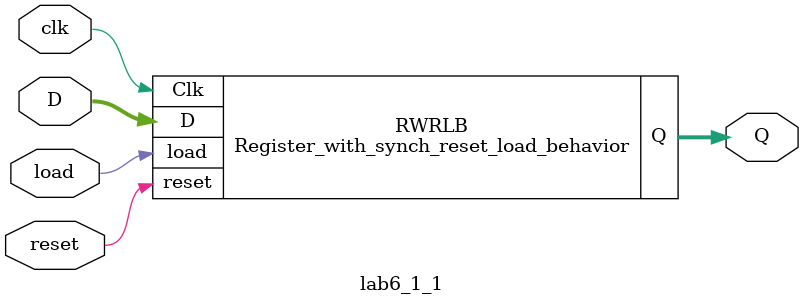
<source format=v>
`timescale 1ns / 1ps

module Register_with_synch_reset_load_behavior(input [3:0] D, input Clk, 
input reset, input load, output reg [3:0] Q);
always @(posedge Clk) 
if (reset)
begin
Q <= 4'b0;
end else if (load) 
begin
Q <= D;
end 
endmodule

module lab6_1_1(
    input [3:0]D,
    input clk,
    input reset,
    input load,
    output  [3:0]Q
    );
    Register_with_synch_reset_load_behavior RWRLB (D,clk,reset,load,Q);
endmodule

</source>
